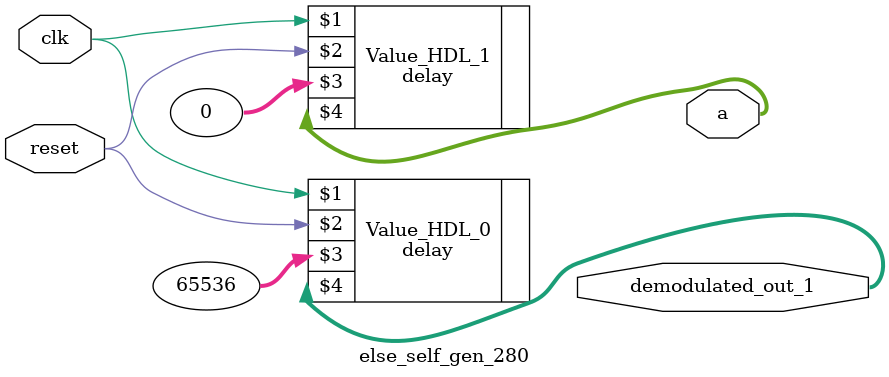
<source format=v>
module else_self_gen_280( input clk, input reset, output [31:0]demodulated_out_1, output [31:0]a); 
	wire [31:0]demodulated_out_1;
	//Proceed with demodulated_out_1 = 65536
	delay Value_HDL_0 ( clk, reset, 65536, demodulated_out_1);
	wire [31:0]a;
	//Proceed with a = 0
	delay Value_HDL_1 ( clk, reset, 0, a);
endmodule
</source>
